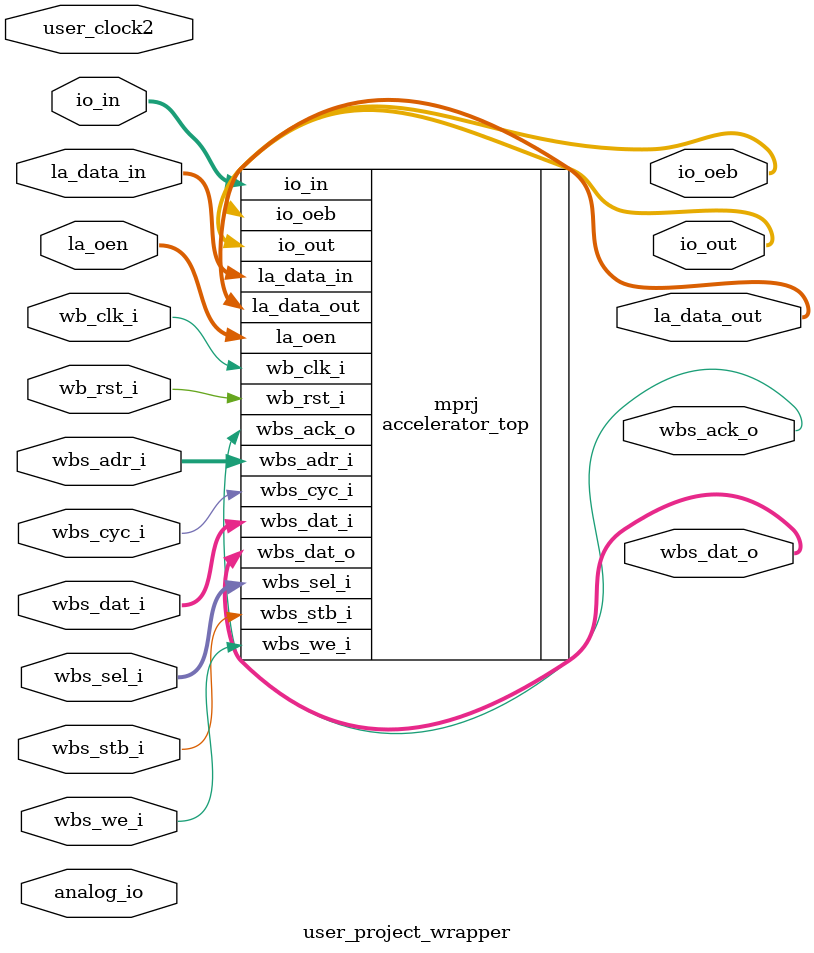
<source format=v>
/* Generated by Yosys 0.9+3621 (git sha1 84e9fa7, gcc 8.3.1 -fPIC -Os) */

module user_project_wrapper(wb_clk_i, wb_rst_i, wbs_stb_i, wbs_cyc_i, wbs_we_i, wbs_sel_i, wbs_dat_i, wbs_adr_i, wbs_ack_o, wbs_dat_o, la_data_in, la_data_out, la_oen, io_in, io_out, io_oeb, analog_io, user_clock2);
  inout [30:0] analog_io;
  input [37:0] io_in;
  output [37:0] io_oeb;
  output [37:0] io_out;
  input [127:0] la_data_in;
  output [127:0] la_data_out;
  input [127:0] la_oen;
  input user_clock2;
  input wb_clk_i;
  input wb_rst_i;
  output wbs_ack_o;
  input [31:0] wbs_adr_i;
  input wbs_cyc_i;
  input [31:0] wbs_dat_i;
  output [31:0] wbs_dat_o;
  input [3:0] wbs_sel_i;
  input wbs_stb_i;
  input wbs_we_i;
  accelerator_top mprj (
    .io_in(io_in),
    .io_oeb(io_oeb),
    .io_out(io_out),
    .la_data_in(la_data_in),
    .la_data_out(la_data_out),
    .la_oen(la_oen),
    .wb_clk_i(wb_clk_i),
    .wb_rst_i(wb_rst_i),
    .wbs_ack_o(wbs_ack_o),
    .wbs_adr_i(wbs_adr_i),
    .wbs_cyc_i(wbs_cyc_i),
    .wbs_dat_i(wbs_dat_i),
    .wbs_dat_o(wbs_dat_o),
    .wbs_sel_i(wbs_sel_i),
    .wbs_stb_i(wbs_stb_i),
    .wbs_we_i(wbs_we_i)
  );
endmodule

</source>
